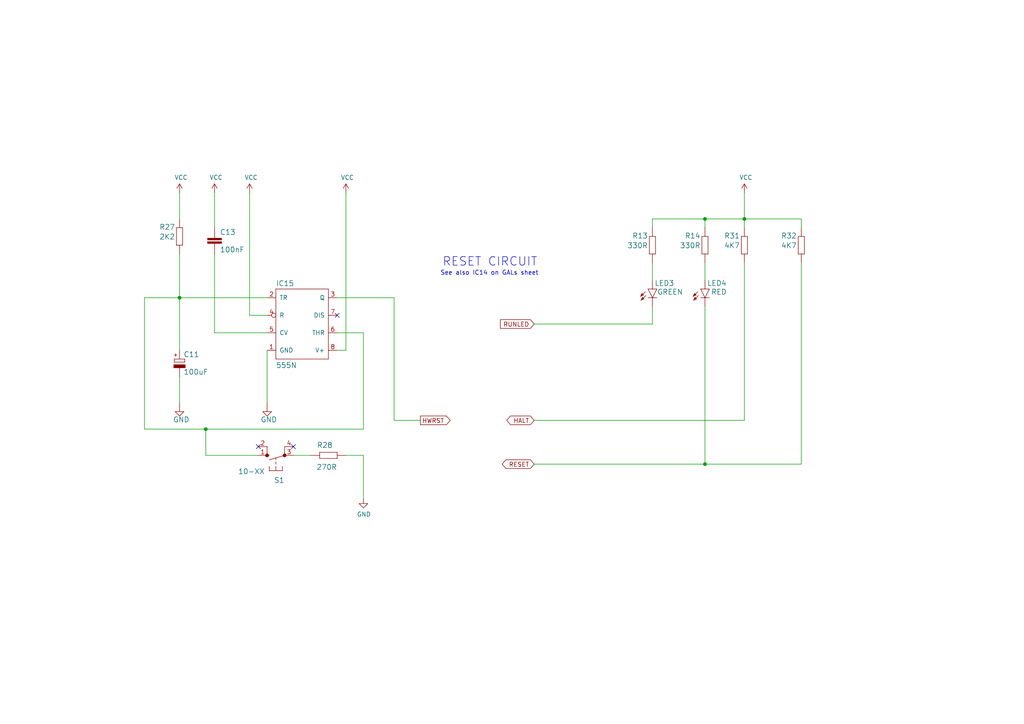
<source format=kicad_sch>
(kicad_sch (version 20231120) (generator "eeschema") (generator_version "8.0")
  (paper "A4")
  (title_block (title "ROSCO_M68K CLASSIC MC68030 EDITION") (date "2024-03-17") (rev "2.10") (company "The Really Old-School Company Limited") (comment 1 "OSHWA UK000006 (https://certification.oshwa.org/uk000006.html)") (comment 2 "See https://github.com/roscopeco/rosco_m68k/blob/master/LICENCE.hardware.txt") (comment 3 "Open Source Hardware licenced under CERN Open Hardware Licence") (comment 4 "Copyright 2019-2024 Ross Bamford and Contributors"))
  (lib_symbols
    (symbol "power:GND" (power) (pin_names (offset 0))
      (property "Value" "GND" (at 0 -3.81 0))
      (symbol "GND_0_1"
        (polyline (pts (xy 0 0) (xy 0 -1.27) (xy 1.27 -1.27) (xy 0 -2.54) (xy -1.27 -1.27) (xy 0 -1.27)))
      )
      (symbol "GND_1_1"
        (pin power_in line (at 0 0 270) (length 0) hide (name "GND") (number "1"))
      )
    )
    (symbol "power:VCC" (power) (pin_names (offset 0))
      (property "Value" "VCC" (at 0 3.81 0))
      (symbol "VCC_0_1"
        (polyline (pts (xy -0.762 1.27) (xy 0 2.54)))
        (polyline (pts (xy 0 0) (xy 0 2.54)))
        (polyline (pts (xy 0 2.54) (xy 0.762 1.27)))
      )
      (symbol "VCC_1_1"
        (pin power_in line (at 0 0 90) (length 0) hide (name "VCC") (number "1"))
      )
    )
    (symbol "rosco_m68k-eagle-import:10-XX" (pin_names (offset 1.016))
      (property "Reference" "S" (at -6.35 -2.54 90))
      (property "Value" "10-XX" (at -3.81 3.175 90))
      (symbol "10-XX_1_0"
        (circle (center 0 -2.54) (radius 0.127) (stroke (width 0.4064)))
        (polyline (pts (xy -4.445 -1.905) (xy -3.175 -1.905)))
        (polyline (pts (xy -4.445 0) (xy -4.445 -1.905)))
        (polyline (pts (xy -4.445 0) (xy -3.175 0)))
        (polyline (pts (xy -4.445 1.905) (xy -4.445 0)))
        (polyline (pts (xy -4.445 1.905) (xy -3.175 1.905)))
        (polyline (pts (xy -2.54 0) (xy -1.905 0)))
        (polyline (pts (xy -1.27 0) (xy -0.635 0)))
        (polyline (pts (xy 0 -2.54) (xy -1.27 1.905)))
        (polyline (pts (xy 0 1.905) (xy 0 2.54)))
        (polyline (pts (xy 2.54 -2.54) (xy 0 -2.54)))
        (polyline (pts (xy 2.54 2.54) (xy 0 2.54)))
        (circle (center 0 2.54) (radius 0.127) (stroke (width 0.4064)))
        (pin passive line (at 0 5.08 270) (length 2.54) (name "S") (number "1"))
        (pin passive line (at 2.54 5.08 270) (length 2.54) (name "S1") (number "2"))
        (pin passive line (at 0 -5.08 90) (length 2.54) (name "P") (number "3"))
        (pin passive line (at 2.54 -5.08 90) (length 2.54) (name "P1") (number "4"))
      )
    )
    (symbol "rosco_m68k-eagle-import:555N" (pin_names (offset 1.016))
      (property "Reference" "IC" (at -7.62 10.922 0))
      (property "Value" "555N" (at -7.62 -12.827 0))
      (symbol "555N_1_0"
        (polyline (pts (xy -7.62 -10.16) (xy 7.62 -10.16)))
        (polyline (pts (xy -7.62 10.16) (xy -7.62 -10.16)))
        (polyline (pts (xy 7.62 -10.16) (xy 7.62 10.16)))
        (polyline (pts (xy 7.62 10.16) (xy -7.62 10.16)))
        (pin power_in line (at -10.16 -7.62 0) (length 2.54) (name "GND") (number "1"))
        (pin input line (at -10.16 7.62 0) (length 2.54) (name "TR") (number "2"))
        (pin output line (at 10.16 7.62 180) (length 2.54) (name "Q") (number "3"))
        (pin input inverted (at -10.16 2.54 0) (length 2.54) (name "R") (number "4"))
        (pin input line (at -10.16 -2.54 0) (length 2.54) (name "CV") (number "5"))
        (pin input line (at 10.16 -2.54 180) (length 2.54) (name "THR") (number "6"))
        (pin input line (at 10.16 2.54 180) (length 2.54) (name "DIS") (number "7"))
        (pin power_in line (at 10.16 -7.62 180) (length 2.54) (name "V+") (number "8"))
      )
    )
    (symbol "rosco_m68k-eagle-import:C2,5-3" (pin_names (offset 1.016))
      (property "Reference" "C" (at 1.524 0.381 0))
      (property "Value" "C2,5-3" (at 1.524 -4.699 0))
      (symbol "C2,5-3_1_0"
        (rectangle (start -2.032 -2.032) (end 2.032 -1.524) (fill (type outline)))
        (rectangle (start -2.032 -1.016) (end 2.032 -0.508) (fill (type outline)))
        (polyline (pts (xy 0 -2.54) (xy 0 -2.032)))
        (polyline (pts (xy 0 0) (xy 0 -0.508)))
        (pin passive line (at 0 2.54 270) (length 2.54) (name "1") (number "1"))
        (pin passive line (at 0 -5.08 90) (length 2.54) (name "2") (number "2"))
      )
    )
    (symbol "rosco_m68k-eagle-import:CPOL-EUE2.5-5" (pin_names (offset 1.016))
      (property "Reference" "C" (at 1.143 0.4826 0))
      (property "Value" "CPOL-EUE2.5-5" (at 1.143 -4.5974 0))
      (symbol "CPOL-EUE2.5-5_1_0"
        (rectangle (start -1.651 -2.54) (end 1.651 -1.651) (fill (type outline)))
        (polyline (pts (xy -1.524 -0.889) (xy 1.524 -0.889)))
        (polyline (pts (xy -1.524 0) (xy -1.524 -0.889)))
        (polyline (pts (xy -1.524 0) (xy 1.524 0)))
        (polyline (pts (xy 1.524 -0.889) (xy 1.524 0)))
        (text "+" (at -0.5842 0.4064 900) (effects (font (size 1.0668 1.0668)) (justify left bottom)))
        (pin passive line (at 0 2.54 270) (length 2.54) (name "+") (number "+"))
        (pin passive line (at 0 -5.08 90) (length 2.54) (name "-") (number "-"))
      )
    )
    (symbol "rosco_m68k-eagle-import:GND" (power) (pin_names (offset 1.016))
      (property "Value" "GND" (at -1.905 -3.175 0))
      (symbol "GND_1_0"
        (polyline (pts (xy -1.27 0) (xy 1.27 0)))
        (polyline (pts (xy 0 -1.27) (xy -1.27 0)))
        (polyline (pts (xy 1.27 0) (xy 0 -1.27)))
        (pin power_in line (at 0 2.54 270) (length 2.54) (name "GND") (number "1"))
      )
    )
    (symbol "rosco_m68k-eagle-import:LED5MM" (pin_names (offset 1.016))
      (property "Reference" "LED" (at 3.556 -4.572 90))
      (property "Value" "LED5MM" (at 5.715 -4.572 90))
      (symbol "LED5MM_1_0"
        (polyline (pts (xy -2.032 -0.762) (xy -3.429 -2.159)))
        (polyline (pts (xy -1.905 -1.905) (xy -3.302 -3.302)))
        (polyline (pts (xy 0 -2.54) (xy -1.27 -2.54)))
        (polyline (pts (xy 0 -2.54) (xy -1.27 0)))
        (polyline (pts (xy 0 0) (xy -1.27 0)))
        (polyline (pts (xy 1.27 -2.54) (xy 0 -2.54)))
        (polyline (pts (xy 1.27 0) (xy 0 -2.54)))
        (polyline (pts (xy 1.27 0) (xy 0 0)))
        (polyline (pts (xy -3.429 -2.159) (xy -3.048 -1.27) (xy -2.54 -1.778)) (fill (type outline)))
        (polyline (pts (xy -3.302 -3.302) (xy -2.921 -2.413) (xy -2.413 -2.921)) (fill (type outline)))
        (pin passive line (at 0 2.54 270) (length 2.54) (name "A") (number "A"))
        (pin passive line (at 0 -5.08 90) (length 2.54) (name "C") (number "K"))
      )
    )
    (symbol "rosco_m68k-eagle-import:R-EU_0207_10" (pin_names (offset 1.016))
      (property "Reference" "R" (at -3.81 1.4986 0))
      (property "Value" "R-EU_0207_10" (at -3.81 -3.302 0))
      (symbol "R-EU_0207_10_1_0"
        (polyline (pts (xy -2.54 -0.889) (xy -2.54 0.889)))
        (polyline (pts (xy -2.54 -0.889) (xy 2.54 -0.889)))
        (polyline (pts (xy 2.54 -0.889) (xy 2.54 0.889)))
        (polyline (pts (xy 2.54 0.889) (xy -2.54 0.889)))
        (pin passive line (at -5.08 0 0) (length 2.54) (name "1") (number "1"))
        (pin passive line (at 5.08 0 180) (length 2.54) (name "2") (number "2"))
      )
    )
  )
  (junction (at 215.9 63.5))
  (junction (at 59.69 124.46))
  (junction (at 204.47 134.62))
  (junction (at 204.47 63.5))
  (junction (at 52.07 86.36))
  (no_connect (at 85.09 129.54))
  (no_connect (at 74.93 129.54))
  (no_connect (at 97.79 91.44))
  (wire (pts (xy 204.47 66.04) (xy 204.47 63.5)))
  (wire (pts (xy 215.9 63.5) (xy 215.9 66.04)))
  (wire (pts (xy 62.23 96.52) (xy 77.47 96.52)))
  (wire (pts (xy 204.47 88.9) (xy 204.47 134.62)))
  (wire (pts (xy 114.3 121.92) (xy 121.92 121.92)))
  (wire (pts (xy 62.23 55.88) (xy 62.23 66.04)))
  (wire (pts (xy 105.41 96.52) (xy 105.41 124.46)))
  (wire (pts (xy 204.47 134.62) (xy 232.41 134.62)))
  (wire (pts (xy 189.23 63.5) (xy 204.47 63.5)))
  (wire (pts (xy 189.23 81.28) (xy 189.23 76.2)))
  (wire (pts (xy 72.39 55.88) (xy 72.39 91.44)))
  (wire (pts (xy 232.41 76.2) (xy 232.41 134.62)))
  (wire (pts (xy 59.69 132.08) (xy 59.69 124.46)))
  (wire (pts (xy 232.41 66.04) (xy 232.41 63.5)))
  (wire (pts (xy 204.47 63.5) (xy 215.9 63.5)))
  (wire (pts (xy 215.9 55.88) (xy 215.9 63.5)))
  (wire (pts (xy 52.07 86.36) (xy 52.07 101.6)))
  (wire (pts (xy 105.41 132.08) (xy 105.41 144.78)))
  (wire (pts (xy 105.41 124.46) (xy 59.69 124.46)))
  (wire (pts (xy 41.91 124.46) (xy 41.91 86.36)))
  (wire (pts (xy 72.39 91.44) (xy 77.47 91.44)))
  (wire (pts (xy 154.94 134.62) (xy 204.47 134.62)))
  (wire (pts (xy 97.79 96.52) (xy 105.41 96.52)))
  (wire (pts (xy 154.94 93.98) (xy 189.23 93.98)))
  (wire (pts (xy 154.94 121.92) (xy 215.9 121.92)))
  (wire (pts (xy 100.33 55.88) (xy 100.33 101.6)))
  (wire (pts (xy 114.3 86.36) (xy 114.3 121.92)))
  (wire (pts (xy 189.23 66.04) (xy 189.23 63.5)))
  (wire (pts (xy 52.07 86.36) (xy 41.91 86.36)))
  (wire (pts (xy 77.47 101.6) (xy 77.47 116.84)))
  (wire (pts (xy 77.47 86.36) (xy 52.07 86.36)))
  (wire (pts (xy 52.07 109.22) (xy 52.07 116.84)))
  (wire (pts (xy 97.79 86.36) (xy 114.3 86.36)))
  (wire (pts (xy 52.07 73.66) (xy 52.07 86.36)))
  (wire (pts (xy 85.09 132.08) (xy 90.17 132.08)))
  (wire (pts (xy 62.23 73.66) (xy 62.23 96.52)))
  (wire (pts (xy 59.69 124.46) (xy 41.91 124.46)))
  (wire (pts (xy 215.9 76.2) (xy 215.9 121.92)))
  (wire (pts (xy 204.47 76.2) (xy 204.47 81.28)))
  (wire (pts (xy 189.23 93.98) (xy 189.23 88.9)))
  (wire (pts (xy 52.07 55.88) (xy 52.07 63.5)))
  (wire (pts (xy 215.9 63.5) (xy 232.41 63.5)))
  (wire (pts (xy 97.79 101.6) (xy 100.33 101.6)))
  (wire (pts (xy 100.33 132.08) (xy 105.41 132.08)))
  (wire (pts (xy 59.69 132.08) (xy 74.93 132.08)))
  (text "See also IC14 on GALs sheet" (at 156.21 80.01 0) (effects (font (size 1.27 1.27)) (justify right bottom)))
  (text "RESET CIRCUIT" (at 128.27 77.47 0) (effects (font (size 2.4892 2.4892)) (justify left bottom)))
  (global_label "HWRST" (shape output) (at 121.92 121.92 0) (property "Intersheetrefs" "${INTERSHEET_REFS}" (effects (hide yes))))
  (global_label "RUNLED" (shape input) (at 154.94 93.98 180) (property "Intersheetrefs" "${INTERSHEET_REFS}" (effects (hide yes))))
  (global_label "RESET" (shape tri_state) (at 154.94 134.62 180) (property "Intersheetrefs" "${INTERSHEET_REFS}" (effects (hide yes))))
  (global_label "HALT" (shape tri_state) (at 154.94 121.92 180) (property "Intersheetrefs" "${INTERSHEET_REFS}" (effects (hide yes))))
  (symbol (lib_id "rosco_m68k-eagle-import:555N") (at 87.63 93.98 0) (unit 1)
    (property "Reference" "IC15" (at 80.01 83.058 0) (effects (font (size 1.4986 1.4986)) (justify left bottom)))
    (property "Value" "555N" (at 80.01 106.807 0) (effects (font (size 1.4986 1.4986)) (justify left bottom)))
    (property "Footprint" "Package_DIP:DIP-8_W7.62mm_LongPads" (effects (hide yes)))
  )
  (symbol (lib_id "rosco_m68k-eagle-import:R-EU_0207_10") (at 52.07 68.58 90) (unit 1)
    (property "Reference" "R27" (at 50.8 64.9986 90) (effects (font (size 1.4986 1.4986)) (justify left bottom)))
    (property "Value" "2K2" (at 50.8 67.818 90) (effects (font (size 1.4986 1.4986)) (justify left bottom)))
    (property "Footprint" "rosco_m68k:0207_10" (effects (hide yes)))
  )
  (symbol (lib_id "rosco_m68k-eagle-import:R-EU_0207_10") (at 95.25 132.08 180) (unit 1)
    (property "Reference" "R28" (at 96.52 128.27 0) (effects (font (size 1.4986 1.4986)) (justify left bottom)))
    (property "Value" "270R" (at 97.79 134.62 0) (effects (font (size 1.4986 1.4986)) (justify left bottom)))
    (property "Footprint" "rosco_m68k:0207_10" (effects (hide yes)))
  )
  (symbol (lib_id "rosco_m68k-eagle-import:R-EU_0207_10") (at 204.47 71.12 90) (unit 1)
    (property "Reference" "R14" (at 203.2 67.5386 90) (effects (font (size 1.4986 1.4986)) (justify left bottom)))
    (property "Value" "330R" (at 203.2 70.358 90) (effects (font (size 1.4986 1.4986)) (justify left bottom)))
    (property "Footprint" "rosco_m68k:0207_10" (effects (hide yes)))
  )
  (symbol (lib_id "rosco_m68k-eagle-import:R-EU_0207_10") (at 215.9 71.12 90) (unit 1)
    (property "Reference" "R31" (at 214.63 67.5386 90) (effects (font (size 1.4986 1.4986)) (justify left bottom)))
    (property "Value" "4K7" (at 214.63 70.358 90) (effects (font (size 1.4986 1.4986)) (justify left bottom)))
    (property "Footprint" "rosco_m68k:0207_10" (effects (hide yes)))
  )
  (symbol (lib_id "rosco_m68k-eagle-import:R-EU_0207_10") (at 232.41 71.12 90) (unit 1)
    (property "Reference" "R32" (at 231.14 67.5386 90) (effects (font (size 1.4986 1.4986)) (justify left bottom)))
    (property "Value" "4K7" (at 231.14 70.358 90) (effects (font (size 1.4986 1.4986)) (justify left bottom)))
    (property "Footprint" "rosco_m68k:0207_10" (effects (hide yes)))
  )
  (symbol (lib_id "rosco_m68k-eagle-import:R-EU_0207_10") (at 189.23 71.12 90) (unit 1)
    (property "Reference" "R13" (at 187.96 67.5386 90) (effects (font (size 1.4986 1.4986)) (justify left bottom)))
    (property "Value" "330R" (at 187.96 70.358 90) (effects (font (size 1.4986 1.4986)) (justify left bottom)))
    (property "Footprint" "rosco_m68k:0207_10" (effects (hide yes)))
  )
  (symbol (lib_id "rosco_m68k-eagle-import:C2,5-3") (at 62.23 68.58 0) (unit 1)
    (property "Reference" "C13" (at 63.754 68.199 0) (effects (font (size 1.4986 1.4986)) (justify left bottom)))
    (property "Value" "100nF" (at 63.754 73.279 0) (effects (font (size 1.4986 1.4986)) (justify left bottom)))
    (property "Footprint" "rosco_m68k:C2.5-3" (effects (hide yes)))
  )
  (symbol (lib_id "rosco_m68k-eagle-import:10-XX") (at 80.01 132.08 90) (unit 1)
    (property "Reference" "S1" (at 82.55 138.43 90) (effects (font (size 1.4986 1.4986)) (justify left bottom)))
    (property "Value" "10-XX" (at 76.835 135.89 90) (effects (font (size 1.4986 1.4986)) (justify left bottom)))
    (property "Footprint" "rosco_m68k:B3F-10XX" (effects (hide yes)))
  )
  (symbol (lib_id "rosco_m68k-eagle-import:GND") (at 52.07 119.38 0) (unit 1)
    (property "Reference" "#SUPPLY01" (effects (hide yes)))
    (property "Value" "GND" (at 50.165 122.555 0) (effects (font (size 1.4986 1.4986)) (justify left bottom)))
  )
  (symbol (lib_id "rosco_m68k-eagle-import:LED5MM") (at 204.47 83.82 0) (unit 1)
    (property "Reference" "LED4" (at 210.82 81.28 0) (effects (font (size 1.4986 1.4986)) (justify right top)))
    (property "Value" "RED" (at 210.82 83.82 0) (effects (font (size 1.4986 1.4986)) (justify right top)))
    (property "Footprint" "rosco_m68k:LED5MM" (effects (hide yes)))
  )
  (symbol (lib_id "rosco_m68k-eagle-import:LED5MM") (at 189.23 83.82 0) (unit 1)
    (property "Reference" "LED3" (at 195.58 81.28 0) (effects (font (size 1.4986 1.4986)) (justify right top)))
    (property "Value" "GREEN" (at 198.12 83.82 0) (effects (font (size 1.4986 1.4986)) (justify right top)))
    (property "Footprint" "rosco_m68k:LED5MM" (effects (hide yes)))
  )
  (symbol (lib_id "rosco_m68k-eagle-import:GND") (at 77.47 119.38 0) (unit 1)
    (property "Reference" "#SUPPLY02" (effects (hide yes)))
    (property "Value" "GND" (at 75.565 122.555 0) (effects (font (size 1.4986 1.4986)) (justify left bottom)))
  )
  (symbol (lib_id "rosco_m68k-eagle-import:CPOL-EUE2.5-5") (at 52.07 104.14 0) (unit 1)
    (property "Reference" "C11" (at 53.213 103.6574 0) (effects (font (size 1.4986 1.4986)) (justify left bottom)))
    (property "Value" "100uF" (at 53.213 108.7374 0) (effects (font (size 1.4986 1.4986)) (justify left bottom)))
    (property "Footprint" "rosco_m68k:E2,5-5" (effects (hide yes)))
  )
  (symbol (lib_id "power:GND") (at 105.41 144.78 0) (unit 1)
    (property "Reference" "#PWR038" (effects (hide yes)))
    (property "Value" "GND" (at 105.537 149.1742 0))
  )
  (symbol (lib_id "power:VCC") (at 72.39 55.88 0) (unit 1)
    (property "Reference" "#PWR036" (effects (hide yes)))
    (property "Value" "VCC" (at 72.8218 51.4858 0))
  )
  (symbol (lib_id "power:VCC") (at 100.33 55.88 0) (unit 1)
    (property "Reference" "#PWR037" (effects (hide yes)))
    (property "Value" "VCC" (at 100.7618 51.4858 0))
  )
  (symbol (lib_id "power:VCC") (at 215.9 55.88 0) (unit 1)
    (property "Reference" "#PWR039" (effects (hide yes)))
    (property "Value" "VCC" (at 216.3318 51.4858 0))
  )
  (symbol (lib_id "power:VCC") (at 62.23 55.88 0) (unit 1)
    (property "Reference" "#PWR035" (effects (hide yes)))
    (property "Value" "VCC" (at 62.6618 51.4858 0))
  )
  (symbol (lib_id "power:VCC") (at 52.07 55.88 0) (unit 1)
    (property "Reference" "#PWR034" (effects (hide yes)))
    (property "Value" "VCC" (at 52.5018 51.4858 0))
  )
)
</source>
